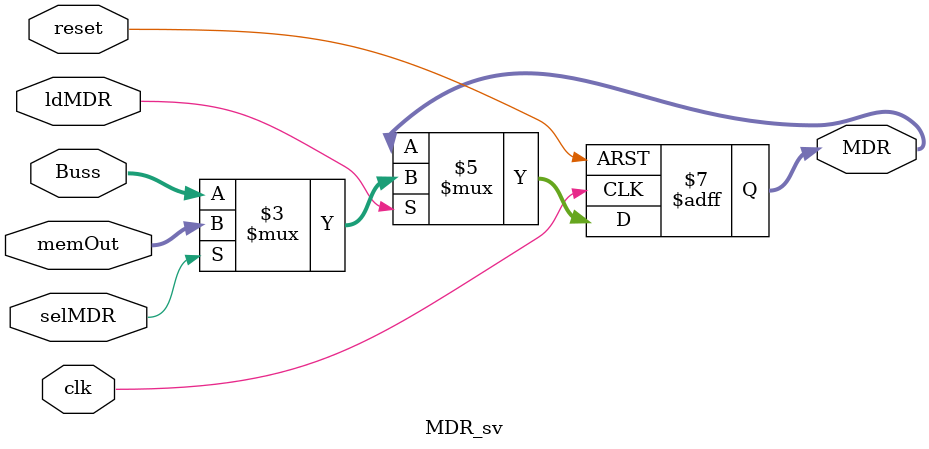
<source format=sv>
module Memory_sv(mdrOut, Buss, clk, reset, ldMAR, ldMDR, selMDR, memWE, enaMDR);

input [15:0] Buss;
input clk, reset, ldMAR, selMDR, ldMDR, memWE, enaMDR;

output [15:0] mdrOut;				 
logic [15:0] MARReg, memOut, mdrReg;

MAR_sv MAR0(Buss, clk, reset, ldMAR, MARReg);	  
MDR_sv MDR0(Buss, memOut, selMDR, clk, reset, ldMDR, mdrReg);

ts_driver tsMDR ( mdrReg, mdrOut, enaMDR );

//Make a typedef for this as well?
logic [15:0] my_memory [0:255];		

initial
begin  
$readmemb("Memory_fill.v", my_memory); 
end 
assign memOut = my_memory[MARReg]; 	   
always_ff @(posedge clk) 
begin		  	 
	 if (memWE == 1)
		my_memory[MARReg] <= mdrReg; 

end

endmodule
   

module MAR_sv(Buss, clk, reset, ldMAR, MAR);

input [15:0] Buss;
input clk, reset, ldMAR;
output logic [15:0] MAR;
 
  always_ff @(posedge clk or posedge reset) 
    if (reset == 1'b1) 										   
			MAR = 0; 
	else if (ldMAR)
			MAR = Buss;								 					
endmodule				


module MDR_sv(Buss, memOut, selMDR, clk, reset, ldMDR, MDR);

input [15:0] Buss, memOut;
input clk, reset, ldMDR, selMDR;
output logic [15:0] MDR;

  always_ff @(posedge clk or posedge reset) 
    if (reset == 1'b1) 										   
			MDR = 0; 
	else if (ldMDR)
			MDR = selMDR ? memOut : Buss;		
endmodule

</source>
